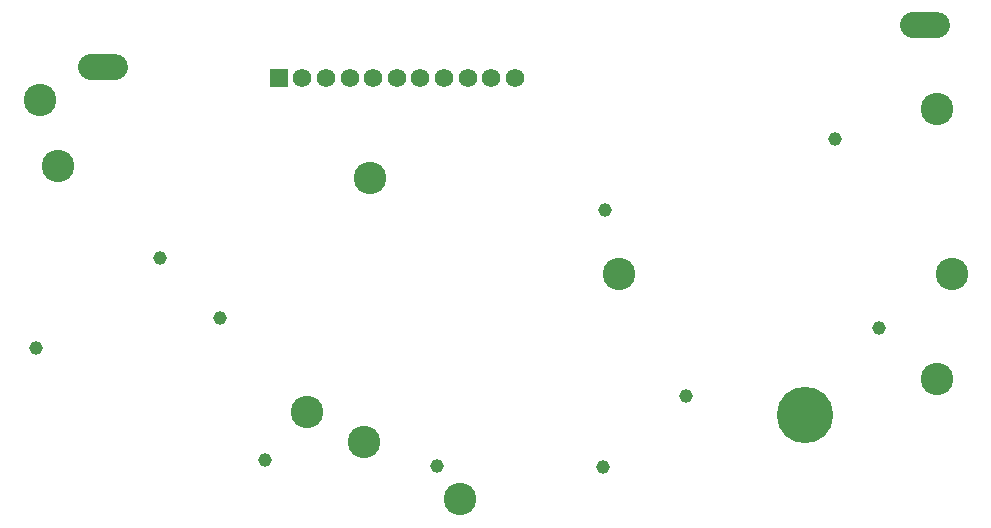
<source format=gbs>
G75*
%MOIN*%
%OFA0B0*%
%FSLAX25Y25*%
%IPPOS*%
%LPD*%
%AMOC8*
5,1,8,0,0,1.08239X$1,22.5*
%
%ADD10C,0.18800*%
%ADD11C,0.10800*%
%ADD12R,0.06200X0.06200*%
%ADD13C,0.06200*%
%ADD14C,0.08600*%
%ADD15C,0.04562*%
D10*
X0269824Y0068942D03*
D11*
X0313824Y0080942D03*
X0318824Y0115942D03*
X0313824Y0170942D03*
X0207824Y0115942D03*
X0124824Y0147942D03*
X0020824Y0151942D03*
X0014824Y0173942D03*
X0103824Y0069942D03*
X0122824Y0059942D03*
X0154824Y0040942D03*
D12*
X0094454Y0181379D03*
D13*
X0102328Y0181379D03*
X0110202Y0181379D03*
X0118076Y0181379D03*
X0125950Y0181379D03*
X0133824Y0181379D03*
X0141698Y0181379D03*
X0149572Y0181379D03*
X0157446Y0181379D03*
X0165320Y0181379D03*
X0173194Y0181379D03*
D14*
X0305924Y0198942D02*
X0313724Y0198942D01*
X0039724Y0184942D02*
X0031924Y0184942D01*
D15*
X0089824Y0053942D03*
X0147343Y0052171D03*
X0202580Y0051580D03*
X0230139Y0075202D03*
X0294509Y0097879D03*
X0203135Y0137249D03*
X0279820Y0160871D03*
X0075020Y0101344D03*
X0055020Y0121344D03*
X0013446Y0091501D03*
M02*

</source>
